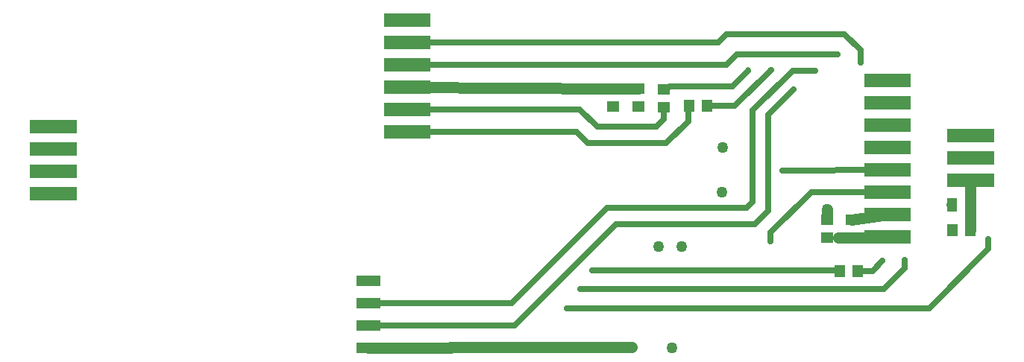
<source format=gtl>
G04 Layer: TopLayer*
G04 EasyEDA v6.4.31, 2022-02-02 03:50:30*
G04 0b916ec405ec4e9094bbf8359c402fb2,658f5e24285b455797eae137c281a567,10*
G04 Gerber Generator version 0.2*
G04 Scale: 100 percent, Rotated: No, Reflected: No *
G04 Dimensions in millimeters *
G04 leading zeros omitted , absolute positions ,4 integer and 5 decimal *
%FSLAX45Y45*%
%MOMM*%

%ADD11C,0.6350*%
%ADD12C,1.2700*%
%ADD14R,1.4500X1.1600*%
%ADD15R,2.7991X1.3005*%
%ADD16R,1.1600X1.4699*%
%ADD17R,1.1600X1.4500*%
%ADD18R,1.4699X1.1600*%

%LPD*%
D11*
X4757420Y-48260D02*
G01*
X8288020Y-48260D01*
X8379459Y43179D01*
X9723120Y43179D01*
X9903459Y-137160D01*
X9903459Y-276860D01*
X4710429Y-304800D02*
G01*
X8384540Y-304800D01*
X8503920Y-185420D01*
X9646920Y-185420D01*
X759460Y-1778000D02*
G01*
X757933Y-1776473D01*
X717295Y-1776473D01*
X6718300Y-2854960D02*
G01*
X10167612Y-2854960D01*
X10408914Y-2613657D01*
X10408914Y-2519679D01*
D12*
X10355579Y-2258060D02*
G01*
X10345420Y-2268220D01*
X9913627Y-2268220D01*
X9649457Y-2270762D01*
D11*
X6570979Y-3070860D02*
G01*
X10680697Y-3070860D01*
X11353800Y-2397757D01*
X11353800Y-2283457D01*
D12*
X4757420Y-562000D02*
G01*
X7096759Y-579120D01*
X7386320Y-579120D01*
D11*
X4315459Y-3012439D02*
G01*
X5943600Y-3012439D01*
X7028179Y-1927860D01*
X8613140Y-1927860D01*
X8679179Y-1861820D01*
X8679179Y-825500D01*
X9133840Y-370839D01*
X9392920Y-370839D01*
X4315459Y-3266439D02*
G01*
X5974079Y-3266439D01*
X7124700Y-2115820D01*
X8704579Y-2115820D01*
X8856979Y-1963420D01*
X8856979Y-871220D01*
X9141459Y-586739D01*
X9017000Y-1506220D02*
G01*
X10210800Y-1496060D01*
X10210800Y-1750060D02*
G01*
X9344913Y-1750060D01*
X8882634Y-2211323D01*
X8882379Y-2311400D01*
X4757420Y-1066800D02*
G01*
X6680200Y-1066800D01*
X6809740Y-1196339D01*
X7698740Y-1196339D01*
X7947659Y-947420D01*
X7947659Y-774700D01*
X8150859Y-774700D02*
G01*
X8478520Y-774700D01*
X8890000Y-363220D01*
X4757420Y-812800D02*
G01*
X6715759Y-812800D01*
X6913879Y-1010920D01*
X7589520Y-1010920D01*
X7673340Y-927100D01*
X7673340Y-787400D01*
X8628385Y-370842D02*
G01*
X8450585Y-548642D01*
X7734297Y-548642D01*
X7686040Y-596900D01*
D12*
X4315457Y-3520442D02*
G01*
X5247642Y-3520442D01*
X5250185Y-3517900D01*
X7307579Y-3517900D01*
D11*
X10154927Y-2534920D02*
G01*
X10040602Y-2649245D01*
X9936505Y-2649245D01*
X9672320Y-2644139D02*
G01*
X6854697Y-2644139D01*
D12*
X11148059Y-2184400D02*
G01*
X11153140Y-1620520D01*
X9801859Y-2065020D02*
G01*
X10210800Y-2004060D01*
X9525000Y-1950720D02*
G01*
X9525000Y-2049779D01*
G36*
X10889239Y-1036320D02*
G01*
X11417040Y-1036320D01*
X11417040Y-1188720D01*
X10889239Y-1188720D01*
G37*
G36*
X10889239Y-1290320D02*
G01*
X11417040Y-1290320D01*
X11417040Y-1442720D01*
X10889239Y-1442720D01*
G37*
G36*
X10889239Y-1544320D02*
G01*
X11417040Y-1544320D01*
X11417040Y-1696720D01*
X10889239Y-1696720D01*
G37*
G36*
X475239Y-934720D02*
G01*
X1003040Y-934720D01*
X1003040Y-1087120D01*
X475239Y-1087120D01*
G37*
G36*
X475239Y-1188720D02*
G01*
X1003040Y-1188720D01*
X1003040Y-1341120D01*
X475239Y-1341120D01*
G37*
G36*
X475239Y-1442720D02*
G01*
X1003040Y-1442720D01*
X1003040Y-1595120D01*
X475239Y-1595120D01*
G37*
G36*
X475239Y-1696720D02*
G01*
X1003040Y-1696720D01*
X1003040Y-1849120D01*
X475239Y-1849120D01*
G37*
D14*
G01*
X9801859Y-2268220D03*
G01*
X9801859Y-2065020D03*
G01*
X9527540Y-2270760D03*
G01*
X9527540Y-2067560D03*
G36*
X9946899Y-403860D02*
G01*
X10474700Y-403860D01*
X10474700Y-556260D01*
X9946899Y-556260D01*
G37*
G36*
X9946899Y-657860D02*
G01*
X10474700Y-657860D01*
X10474700Y-810260D01*
X9946899Y-810260D01*
G37*
G36*
X9946899Y-911860D02*
G01*
X10474700Y-911860D01*
X10474700Y-1064260D01*
X9946899Y-1064260D01*
G37*
G36*
X9946899Y-1165860D02*
G01*
X10474700Y-1165860D01*
X10474700Y-1318260D01*
X9946899Y-1318260D01*
G37*
G36*
X9946899Y-1419860D02*
G01*
X10474700Y-1419860D01*
X10474700Y-1572260D01*
X9946899Y-1572260D01*
G37*
G36*
X9946899Y-1673860D02*
G01*
X10474700Y-1673860D01*
X10474700Y-1826260D01*
X9946899Y-1826260D01*
G37*
G36*
X9946899Y-1927860D02*
G01*
X10474700Y-1927860D01*
X10474700Y-2080260D01*
X9946899Y-2080260D01*
G37*
G36*
X9946899Y-2181860D02*
G01*
X10474700Y-2181860D01*
X10474700Y-2334260D01*
X9946899Y-2334260D01*
G37*
G36*
X4493519Y276199D02*
G01*
X5021320Y276199D01*
X5021320Y123799D01*
X4493519Y123799D01*
G37*
G36*
X4493519Y22199D02*
G01*
X5021320Y22199D01*
X5021320Y-130200D01*
X4493519Y-130200D01*
G37*
G36*
X4493519Y-231800D02*
G01*
X5021320Y-231800D01*
X5021320Y-384200D01*
X4493519Y-384200D01*
G37*
G36*
X4493519Y-485800D02*
G01*
X5021320Y-485800D01*
X5021320Y-638200D01*
X4493519Y-638200D01*
G37*
G36*
X4493519Y-739800D02*
G01*
X5021320Y-739800D01*
X5021320Y-892200D01*
X4493519Y-892200D01*
G37*
G36*
X4493519Y-993800D02*
G01*
X5021320Y-993800D01*
X5021320Y-1146200D01*
X4493519Y-1146200D01*
G37*
D15*
G01*
X4315459Y-3520439D03*
G01*
X4315459Y-3266439D03*
G01*
X4315459Y-3012439D03*
G01*
X4315459Y-2758439D03*
D16*
G01*
X9872979Y-2651760D03*
G01*
X9669779Y-2651760D03*
D14*
G01*
X7386320Y-579120D03*
G01*
X7386320Y-782320D03*
D17*
G01*
X11148059Y-2184400D03*
G01*
X10944859Y-2184400D03*
G36*
X10884319Y-1824880D02*
G01*
X11000320Y-1824880D01*
X11000320Y-1969879D01*
X10884319Y-1969879D01*
G37*
G36*
X11087519Y-1824880D02*
G01*
X11203520Y-1824880D01*
X11203520Y-1969879D01*
X11087519Y-1969879D01*
G37*
D14*
G01*
X7096759Y-579120D03*
G01*
X7096759Y-782320D03*
D18*
G01*
X7673340Y-584225D03*
G01*
X7673340Y-787425D03*
D16*
G01*
X8158479Y-774700D03*
G01*
X7955279Y-774700D03*
D11*
G01*
X9903459Y-276860D03*
G01*
X9646920Y-185420D03*
G01*
X9141459Y-586739D03*
G01*
X10154920Y-2534920D03*
D12*
G01*
X10944859Y-2184400D03*
G01*
X4757420Y195579D03*
G01*
X4312920Y-2758439D03*
G01*
X739139Y-1016000D03*
G01*
X7388859Y-779779D03*
G01*
X10939779Y-1897379D03*
D11*
G01*
X8882379Y-363220D03*
D12*
G01*
X7609840Y-2367279D03*
G01*
X7871459Y-2372360D03*
D11*
G01*
X8628379Y-368300D03*
G01*
X10408920Y-2519679D03*
G01*
X9392920Y-370839D03*
G01*
X11353800Y-2283460D03*
G01*
X8882379Y-2311400D03*
D12*
G01*
X10208259Y-2006600D03*
G01*
X9525000Y-1950720D03*
G01*
X7307579Y-3517900D03*
G01*
X7759700Y-3520439D03*
G01*
X7091679Y-782320D03*
G01*
X11150600Y-1112520D03*
D11*
G01*
X11145520Y-1366520D03*
G01*
X741679Y-1264920D03*
G01*
X751839Y-1516379D03*
G01*
X746760Y-1778000D03*
G01*
X6854748Y-2644139D03*
G01*
X6718300Y-2854960D03*
G01*
X6570979Y-3070860D03*
D12*
G01*
X8333740Y-1750060D03*
G01*
X8336279Y-1242060D03*
D11*
G01*
X9017000Y-1506220D03*
G01*
X9347200Y-1752600D03*
M02*

</source>
